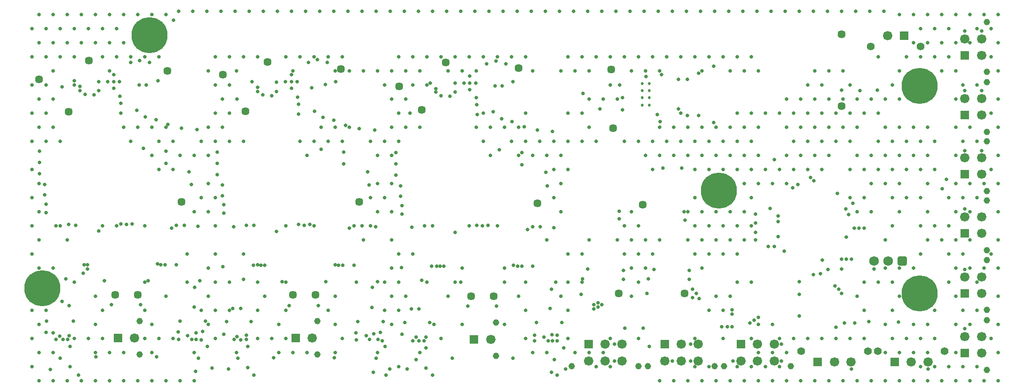
<source format=gbs>
G04*
G04 #@! TF.GenerationSoftware,Altium Limited,Altium Designer,23.11.1 (41)*
G04*
G04 Layer_Color=16711935*
%FSLAX25Y25*%
%MOIN*%
G70*
G04*
G04 #@! TF.SameCoordinates,C18E11E6-2F2A-4DEC-BC48-3546B0B1B692*
G04*
G04*
G04 #@! TF.FilePolarity,Negative*
G04*
G01*
G75*
%ADD74C,0.25591*%
%ADD75C,0.05709*%
%ADD76C,0.02041*%
%ADD77C,0.04607*%
%ADD78C,0.06615*%
%ADD79R,0.06423X0.06423*%
%ADD80C,0.05591*%
%ADD81R,0.06423X0.06423*%
%ADD82C,0.06890*%
G04:AMPARAMS|DCode=83|XSize=68.9mil|YSize=68.9mil|CornerRadius=18.7mil|HoleSize=0mil|Usage=FLASHONLY|Rotation=180.000|XOffset=0mil|YOffset=0mil|HoleType=Round|Shape=RoundedRectangle|*
%AMROUNDEDRECTD83*
21,1,0.06890,0.03150,0,0,180.0*
21,1,0.03150,0.06890,0,0,180.0*
1,1,0.03740,-0.01575,0.01575*
1,1,0.03740,0.01575,0.01575*
1,1,0.03740,0.01575,-0.01575*
1,1,0.03740,-0.01575,-0.01575*
%
%ADD83ROUNDEDRECTD83*%
%ADD84C,0.02591*%
D74*
X612000Y325000D02*
D03*
X754500Y252000D02*
D03*
X132500Y255750D02*
D03*
X208500Y435250D02*
D03*
X754500Y399500D02*
D03*
D75*
X385500Y399000D02*
D03*
X260500Y407500D02*
D03*
X130000Y404000D02*
D03*
X165500Y417500D02*
D03*
X151000Y381000D02*
D03*
X221000Y410000D02*
D03*
X292000Y416500D02*
D03*
X344000Y411500D02*
D03*
X276500Y381500D02*
D03*
X401500Y382500D02*
D03*
X418500Y416000D02*
D03*
X470000Y412000D02*
D03*
X537000Y369500D02*
D03*
X535608Y411006D02*
D03*
X200000Y251000D02*
D03*
X326000D02*
D03*
X452500Y250000D02*
D03*
X184000Y251000D02*
D03*
X310000D02*
D03*
X436500Y250000D02*
D03*
X541000Y252000D02*
D03*
X587650D02*
D03*
X558000Y315000D02*
D03*
X231000Y317000D02*
D03*
X357000D02*
D03*
X483500Y316000D02*
D03*
X699000Y385000D02*
D03*
Y436000D02*
D03*
D76*
X562818Y385823D02*
D03*
X557700D02*
D03*
X562818Y390941D02*
D03*
X557700D02*
D03*
X562818Y396059D02*
D03*
X557700D02*
D03*
X562818Y401177D02*
D03*
X557700D02*
D03*
D77*
X201512Y232311D02*
D03*
Y208689D02*
D03*
X327512Y232311D02*
D03*
Y208689D02*
D03*
X454012Y231311D02*
D03*
Y207689D02*
D03*
X802012Y366783D02*
D03*
Y402217D02*
D03*
Y324783D02*
D03*
Y360217D02*
D03*
Y409283D02*
D03*
Y444717D02*
D03*
Y318217D02*
D03*
Y282783D02*
D03*
Y240283D02*
D03*
Y275717D02*
D03*
Y233217D02*
D03*
Y197783D02*
D03*
X609122Y200488D02*
D03*
X561878D02*
D03*
X555122D02*
D03*
X507878D02*
D03*
X663122D02*
D03*
X615878D02*
D03*
D78*
X197811Y220500D02*
D03*
X323811D02*
D03*
X450311Y219500D02*
D03*
X731594Y435000D02*
D03*
X786500Y390406D02*
D03*
X798311Y378594D02*
D03*
Y390406D02*
D03*
X786500Y348406D02*
D03*
X798311Y336594D02*
D03*
Y348406D02*
D03*
X786500Y432906D02*
D03*
X798311Y421094D02*
D03*
Y432906D02*
D03*
Y306406D02*
D03*
Y294594D02*
D03*
X786500Y306406D02*
D03*
Y263906D02*
D03*
X798311Y252094D02*
D03*
Y263906D02*
D03*
Y221406D02*
D03*
Y209594D02*
D03*
X786500Y221406D02*
D03*
X585500Y216000D02*
D03*
X597311Y204189D02*
D03*
X585500D02*
D03*
X573689D02*
D03*
X597311Y216000D02*
D03*
X531500D02*
D03*
X543311Y204189D02*
D03*
X531500D02*
D03*
X519689D02*
D03*
X543311Y216000D02*
D03*
X639500D02*
D03*
X651311Y204189D02*
D03*
X639500D02*
D03*
X627689D02*
D03*
X651311Y216000D02*
D03*
X748500Y203500D02*
D03*
X760311D02*
D03*
X694000D02*
D03*
X705811D02*
D03*
D79*
X186000Y220500D02*
D03*
X312000D02*
D03*
X438500Y219500D02*
D03*
X786500Y378594D02*
D03*
Y336594D02*
D03*
Y421094D02*
D03*
Y294594D02*
D03*
Y252094D02*
D03*
Y209594D02*
D03*
D80*
X719783Y427283D02*
D03*
X755217D02*
D03*
X724878Y211217D02*
D03*
X772122D02*
D03*
X717622D02*
D03*
X670378D02*
D03*
D81*
X743406Y435000D02*
D03*
X573689Y216000D02*
D03*
X519689D02*
D03*
X627689D02*
D03*
X736689Y203500D02*
D03*
X682189D02*
D03*
D82*
X722000Y275000D02*
D03*
X732000D02*
D03*
D83*
X742000D02*
D03*
D84*
X702000Y312000D02*
D03*
X707000Y316000D02*
D03*
X702500Y292000D02*
D03*
X711500Y298500D02*
D03*
X715000D02*
D03*
X708000D02*
D03*
X704000Y308000D02*
D03*
X786500Y312000D02*
D03*
X770500Y326500D02*
D03*
X696000Y323000D02*
D03*
X664500Y327000D02*
D03*
X668000Y329500D02*
D03*
X654000Y292500D02*
D03*
X679500Y332000D02*
D03*
X677000Y334500D02*
D03*
X773500Y333000D02*
D03*
X495000Y360000D02*
D03*
X265000Y400000D02*
D03*
X415000Y220000D02*
D03*
X375000Y240000D02*
D03*
X780000Y350000D02*
D03*
X709000Y452500D02*
D03*
X135000Y420000D02*
D03*
X630000Y190000D02*
D03*
X489000Y452500D02*
D03*
X125000Y300000D02*
D03*
X210000Y230000D02*
D03*
X660000Y210000D02*
D03*
X365000Y360000D02*
D03*
X520000Y290000D02*
D03*
X635000Y320000D02*
D03*
X795000Y240000D02*
D03*
X600000Y190000D02*
D03*
X800000Y330000D02*
D03*
X405000Y260000D02*
D03*
X810000Y330000D02*
D03*
X255000Y260000D02*
D03*
X640000Y210000D02*
D03*
X600000Y410000D02*
D03*
X740000D02*
D03*
X460000Y370000D02*
D03*
X685000Y360000D02*
D03*
X700000Y370000D02*
D03*
X689000Y452500D02*
D03*
X735000Y320000D02*
D03*
X595000Y300000D02*
D03*
X140000Y450000D02*
D03*
X390000Y370000D02*
D03*
X775000Y200000D02*
D03*
X155000Y400000D02*
D03*
X745000Y320000D02*
D03*
X419000Y452500D02*
D03*
X790000Y230000D02*
D03*
X705000Y360000D02*
D03*
X210000Y370000D02*
D03*
X175000Y240000D02*
D03*
X265000Y420000D02*
D03*
X660000Y370000D02*
D03*
X130000Y230000D02*
D03*
Y430000D02*
D03*
X445000Y360000D02*
D03*
X475000Y420000D02*
D03*
X265000Y380000D02*
D03*
X515000Y360000D02*
D03*
X630000Y290000D02*
D03*
X430000Y410000D02*
D03*
X285000Y240000D02*
D03*
X146398Y398602D02*
D03*
X715000Y320000D02*
D03*
X145000Y420000D02*
D03*
X150000Y450000D02*
D03*
X555000Y420000D02*
D03*
X395000D02*
D03*
X605000Y200000D02*
D03*
X565000Y280000D02*
D03*
X695000Y360000D02*
D03*
X795000Y200000D02*
D03*
X150000Y190000D02*
D03*
X785000Y200000D02*
D03*
X705000Y320000D02*
D03*
X670000Y390000D02*
D03*
X765000Y220000D02*
D03*
X630000Y330000D02*
D03*
X397500Y205000D02*
D03*
X185000Y440000D02*
D03*
X620000Y310000D02*
D03*
X695000Y220000D02*
D03*
X309000Y452500D02*
D03*
X130000Y390000D02*
D03*
X393000Y380000D02*
D03*
X705000Y340000D02*
D03*
X595000Y360000D02*
D03*
X195000D02*
D03*
X675000Y340000D02*
D03*
X425000Y420000D02*
D03*
X680000Y390000D02*
D03*
X545000Y300000D02*
D03*
X675000Y400000D02*
D03*
X770000Y430000D02*
D03*
X380000Y250000D02*
D03*
Y350000D02*
D03*
X735000Y340000D02*
D03*
Y260000D02*
D03*
X560000Y350000D02*
D03*
X785000Y280000D02*
D03*
X705000Y380000D02*
D03*
X500000Y350000D02*
D03*
X460000Y230000D02*
D03*
X740000Y350000D02*
D03*
X140000Y390000D02*
D03*
X600000Y310000D02*
D03*
X735000Y220000D02*
D03*
X530000Y210101D02*
D03*
X305000Y420000D02*
D03*
X610000Y350000D02*
D03*
X725000Y260000D02*
D03*
X765000Y200000D02*
D03*
X725000Y360000D02*
D03*
X750000Y190000D02*
D03*
X379000Y452500D02*
D03*
X140000Y210000D02*
D03*
X785000Y360000D02*
D03*
X500000Y250000D02*
D03*
X229000Y452500D02*
D03*
X329000D02*
D03*
X180000Y210000D02*
D03*
X535000Y200000D02*
D03*
X305000Y300000D02*
D03*
X243000Y206000D02*
D03*
X640000Y350000D02*
D03*
X750000Y430000D02*
D03*
X690000Y370000D02*
D03*
X625000Y380000D02*
D03*
X670000Y350000D02*
D03*
X125000Y220000D02*
D03*
X780000Y310000D02*
D03*
X339000Y452500D02*
D03*
X400000Y410000D02*
D03*
X455000Y300000D02*
D03*
X710000Y250000D02*
D03*
X390000D02*
D03*
X565000Y420000D02*
D03*
X755000Y300000D02*
D03*
X525000Y200000D02*
D03*
X380000Y290000D02*
D03*
X760000Y210000D02*
D03*
X545346Y227464D02*
D03*
X190000Y450000D02*
D03*
X370000Y310000D02*
D03*
X135000Y440000D02*
D03*
X245000Y240000D02*
D03*
X660000Y190000D02*
D03*
X609000Y452500D02*
D03*
X359000D02*
D03*
X810000Y230000D02*
D03*
X335000Y360000D02*
D03*
X300000Y230000D02*
D03*
X335000Y420000D02*
D03*
X610000Y310000D02*
D03*
X505000Y260000D02*
D03*
X600000Y290000D02*
D03*
X230000Y190000D02*
D03*
X345000Y360000D02*
D03*
X240000Y190000D02*
D03*
X370000Y350000D02*
D03*
X620000Y370000D02*
D03*
X580000D02*
D03*
X170000Y250000D02*
D03*
X730000Y290000D02*
D03*
X625000Y300000D02*
D03*
X380000Y230000D02*
D03*
X455000Y420000D02*
D03*
X515000Y260000D02*
D03*
X730000Y330000D02*
D03*
X740000Y310000D02*
D03*
X805000Y420000D02*
D03*
X475000Y220000D02*
D03*
X240000Y310000D02*
D03*
X345000Y220000D02*
D03*
X805000D02*
D03*
X325000Y300000D02*
D03*
X500000Y330000D02*
D03*
X790000Y310000D02*
D03*
X275000Y280000D02*
D03*
X775000Y260000D02*
D03*
X140000Y190000D02*
D03*
X155000Y440000D02*
D03*
X380000Y270000D02*
D03*
X255000Y400000D02*
D03*
X430000Y270000D02*
D03*
X440000Y370000D02*
D03*
X810000D02*
D03*
X470000D02*
D03*
X255000Y380000D02*
D03*
X550000Y250000D02*
D03*
X380000Y390000D02*
D03*
X745000Y360000D02*
D03*
X630000Y370000D02*
D03*
X800000Y190000D02*
D03*
X520000Y210000D02*
D03*
X635000Y200000D02*
D03*
X755000Y320000D02*
D03*
X810000Y190000D02*
D03*
X710000Y350000D02*
D03*
X349000Y452500D02*
D03*
X610000Y290000D02*
D03*
X595000Y340000D02*
D03*
X279000Y452500D02*
D03*
X620000Y250000D02*
D03*
X605000Y420000D02*
D03*
X135000Y380000D02*
D03*
X740000Y250000D02*
D03*
X369000Y206000D02*
D03*
X745000Y340000D02*
D03*
X525000Y360000D02*
D03*
X780000Y190000D02*
D03*
X810000Y270000D02*
D03*
X125000Y240000D02*
D03*
X415000Y420000D02*
D03*
X180000Y190000D02*
D03*
X635000Y340000D02*
D03*
X479000Y452500D02*
D03*
X505000Y240000D02*
D03*
X170000Y210000D02*
D03*
X125000Y320000D02*
D03*
X615000Y340000D02*
D03*
X395000Y400000D02*
D03*
X790000Y370000D02*
D03*
X755000Y220000D02*
D03*
X680000Y350000D02*
D03*
X475000Y240000D02*
D03*
X265000Y360000D02*
D03*
X720000Y390000D02*
D03*
X640000Y190000D02*
D03*
X375000Y260000D02*
D03*
X740000Y330000D02*
D03*
X605000Y360000D02*
D03*
X615000Y220000D02*
D03*
X130000Y450000D02*
D03*
X399000Y452500D02*
D03*
X645000Y340000D02*
D03*
X680000Y190000D02*
D03*
X385000Y280000D02*
D03*
X465000Y360000D02*
D03*
X469000Y452500D02*
D03*
X589000D02*
D03*
X610000Y190000D02*
D03*
X760000Y430000D02*
D03*
X720000Y330000D02*
D03*
X240000Y350000D02*
D03*
X680000Y410000D02*
D03*
X810000Y350000D02*
D03*
X719000Y452500D02*
D03*
X530000Y390000D02*
D03*
X635000Y420000D02*
D03*
X755000Y360000D02*
D03*
X529000Y452500D02*
D03*
X215000Y420000D02*
D03*
X725000Y380000D02*
D03*
X635000Y220000D02*
D03*
X770000Y190000D02*
D03*
X145000Y440000D02*
D03*
X515000Y420000D02*
D03*
X675000Y380000D02*
D03*
X225500Y446000D02*
D03*
X675000Y220000D02*
D03*
X665000Y380000D02*
D03*
X770000Y290000D02*
D03*
X340000Y250000D02*
D03*
X345000Y420000D02*
D03*
X780000Y290000D02*
D03*
X370000Y330000D02*
D03*
X315000Y360000D02*
D03*
X385000Y260000D02*
D03*
X299000Y452500D02*
D03*
X790000Y450000D02*
D03*
X435000Y420000D02*
D03*
X495000Y340000D02*
D03*
X570000Y190000D02*
D03*
X490000Y350000D02*
D03*
X510000Y410000D02*
D03*
X780000Y250000D02*
D03*
X740000Y210000D02*
D03*
X500000Y310000D02*
D03*
X735000Y400000D02*
D03*
X605000Y280000D02*
D03*
X690000Y190000D02*
D03*
X545000Y420000D02*
D03*
X780000Y450000D02*
D03*
X255000Y220000D02*
D03*
X445000Y380000D02*
D03*
X255000Y320000D02*
D03*
X275000Y420000D02*
D03*
X220000Y190000D02*
D03*
X155000Y260000D02*
D03*
X340000Y370000D02*
D03*
X740000Y270000D02*
D03*
X225000Y220000D02*
D03*
X505000Y380000D02*
D03*
X255000Y420000D02*
D03*
X559000Y452500D02*
D03*
X380000Y370000D02*
D03*
X725000Y420000D02*
D03*
X315000D02*
D03*
X560000Y410000D02*
D03*
X180000D02*
D03*
X735000Y240000D02*
D03*
X640000Y330000D02*
D03*
X558346Y227464D02*
D03*
X389000Y452500D02*
D03*
X285000Y260000D02*
D03*
X810000Y210000D02*
D03*
X590000Y190000D02*
D03*
X570000Y410000D02*
D03*
X770000Y450000D02*
D03*
X660000Y390000D02*
D03*
X700000Y410000D02*
D03*
X475000Y360000D02*
D03*
X810000Y390000D02*
D03*
X305000Y260000D02*
D03*
X630000Y350000D02*
D03*
X625000Y280000D02*
D03*
X175000Y220000D02*
D03*
X385000Y240000D02*
D03*
X655000Y200000D02*
D03*
X795000Y260000D02*
D03*
X510000Y210000D02*
D03*
X265000Y240000D02*
D03*
X140000Y370000D02*
D03*
X810000Y430000D02*
D03*
X745000Y220000D02*
D03*
X255000Y360000D02*
D03*
X515000Y380000D02*
D03*
X650000Y210000D02*
D03*
X710000Y390000D02*
D03*
X685000Y340000D02*
D03*
X600000Y350000D02*
D03*
X335000Y240000D02*
D03*
X310000Y210000D02*
D03*
X490000D02*
D03*
X770000Y410000D02*
D03*
X805000Y340000D02*
D03*
X775000Y420000D02*
D03*
X715000Y240000D02*
D03*
X740000Y390000D02*
D03*
X715000Y340000D02*
D03*
X255000Y280000D02*
D03*
X560000Y270000D02*
D03*
X715000Y380000D02*
D03*
X375000Y360000D02*
D03*
X160000Y430000D02*
D03*
X135000Y240000D02*
D03*
X295000Y220000D02*
D03*
X810000Y410000D02*
D03*
X595000Y200000D02*
D03*
X130000Y370000D02*
D03*
X405000Y420000D02*
D03*
X130000Y310000D02*
D03*
X605000Y300000D02*
D03*
X810000Y450000D02*
D03*
X125000Y440000D02*
D03*
X565000Y360000D02*
D03*
X620000Y190000D02*
D03*
X485000Y360000D02*
D03*
X366346Y256464D02*
D03*
X569000Y452500D02*
D03*
X429000D02*
D03*
X375000Y400000D02*
D03*
X780000Y230000D02*
D03*
X175000Y440000D02*
D03*
X475000Y260000D02*
D03*
X205000Y220000D02*
D03*
X562846Y214464D02*
D03*
X710000Y190000D02*
D03*
X660000Y330000D02*
D03*
X430000Y230000D02*
D03*
X805000Y380000D02*
D03*
X760000Y350000D02*
D03*
X539000Y452500D02*
D03*
X460000Y270000D02*
D03*
X305000Y240000D02*
D03*
X649000Y452500D02*
D03*
X249000D02*
D03*
X250000Y330000D02*
D03*
X365000Y300000D02*
D03*
X805000Y440000D02*
D03*
X130000Y290000D02*
D03*
X775000Y300000D02*
D03*
X265000Y260000D02*
D03*
X669000Y452500D02*
D03*
X355000Y260000D02*
D03*
X750000Y370000D02*
D03*
X259000Y452500D02*
D03*
X155000Y420000D02*
D03*
X275000Y360000D02*
D03*
X475000Y380000D02*
D03*
X690000Y350000D02*
D03*
X755000Y280000D02*
D03*
X130000Y210000D02*
D03*
X730000Y370000D02*
D03*
X639000Y452500D02*
D03*
X175000Y420000D02*
D03*
X180000Y450000D02*
D03*
X260000Y390000D02*
D03*
X125000Y340000D02*
D03*
X810000Y310000D02*
D03*
X575000Y360000D02*
D03*
X300000Y210000D02*
D03*
X760000Y330000D02*
D03*
X700000Y390000D02*
D03*
X250000Y270000D02*
D03*
X595000Y320000D02*
D03*
X655000Y340000D02*
D03*
X380000Y410000D02*
D03*
X630000D02*
D03*
X425000Y260000D02*
D03*
X365000Y320000D02*
D03*
X350000Y410000D02*
D03*
X790000Y290000D02*
D03*
X170000Y190000D02*
D03*
X785000Y400000D02*
D03*
X780000Y370000D02*
D03*
X730000Y270000D02*
D03*
X760000Y310000D02*
D03*
X140000Y270000D02*
D03*
X185000Y300000D02*
D03*
X155000Y220000D02*
D03*
X775000Y280000D02*
D03*
X205000Y300000D02*
D03*
X600000Y370000D02*
D03*
X145000Y206000D02*
D03*
X505000Y360000D02*
D03*
X720000Y190000D02*
D03*
X240000Y210000D02*
D03*
X580000Y190000D02*
D03*
X665000Y220000D02*
D03*
X535000Y400000D02*
D03*
X715000Y220000D02*
D03*
X595000Y280000D02*
D03*
X555000Y300000D02*
D03*
Y260000D02*
D03*
X805000Y280000D02*
D03*
X180000Y430000D02*
D03*
X760000Y290000D02*
D03*
X705000Y400000D02*
D03*
X700000Y190000D02*
D03*
X629000Y452500D02*
D03*
X599000D02*
D03*
X170000Y450000D02*
D03*
X465000Y420000D02*
D03*
X765000D02*
D03*
X615000Y300000D02*
D03*
X720000Y310000D02*
D03*
X320000Y350000D02*
D03*
X235000Y280000D02*
D03*
X730000Y210000D02*
D03*
X635000Y300000D02*
D03*
X270000Y410000D02*
D03*
X250000D02*
D03*
Y370000D02*
D03*
X449000Y452500D02*
D03*
X380000Y330000D02*
D03*
X640000Y370000D02*
D03*
Y410000D02*
D03*
X720000Y350000D02*
D03*
X800000Y450000D02*
D03*
X165000Y220000D02*
D03*
X670000Y190000D02*
D03*
X235000Y260000D02*
D03*
X520000Y370000D02*
D03*
X210000Y210000D02*
D03*
X620000Y350000D02*
D03*
X685000Y400000D02*
D03*
X615000Y420000D02*
D03*
X125000D02*
D03*
X130000Y270000D02*
D03*
X755000Y420000D02*
D03*
X225000Y360000D02*
D03*
X320000Y210000D02*
D03*
X570000Y370000D02*
D03*
X615000Y280000D02*
D03*
X755000Y340000D02*
D03*
X319000Y452500D02*
D03*
X800000Y270000D02*
D03*
X375000Y320000D02*
D03*
X755000Y440000D02*
D03*
X130000Y190000D02*
D03*
X740000Y370000D02*
D03*
X255000Y240000D02*
D03*
X125000Y380000D02*
D03*
X330000Y370000D02*
D03*
X690000Y410000D02*
D03*
X480000Y350000D02*
D03*
X619000Y452500D02*
D03*
X765000Y300000D02*
D03*
X590000Y290000D02*
D03*
X659000Y452500D02*
D03*
X605000Y240000D02*
D03*
X699000Y452500D02*
D03*
X790000Y330000D02*
D03*
X150000Y430000D02*
D03*
X760000Y230000D02*
D03*
X395000Y280000D02*
D03*
X509000Y452500D02*
D03*
X380000Y310000D02*
D03*
X140000Y410000D02*
D03*
X145000Y360000D02*
D03*
X190000Y370000D02*
D03*
X655000Y380000D02*
D03*
X665000Y340000D02*
D03*
X565000D02*
D03*
X810000Y250000D02*
D03*
X285000Y220000D02*
D03*
X360000Y290000D02*
D03*
X775000Y320000D02*
D03*
X385000Y420000D02*
D03*
X400000Y370000D02*
D03*
X260000D02*
D03*
X625000Y360000D02*
D03*
X725000Y340000D02*
D03*
X790000Y190000D02*
D03*
X210000Y350000D02*
D03*
X125000Y360000D02*
D03*
Y280000D02*
D03*
X680000Y370000D02*
D03*
X370000Y410000D02*
D03*
X550000D02*
D03*
X620000Y290000D02*
D03*
X710000Y310000D02*
D03*
X790000Y430000D02*
D03*
X735000Y300000D02*
D03*
X440000Y410000D02*
D03*
X535000Y420000D02*
D03*
X225000Y340000D02*
D03*
X215000Y360000D02*
D03*
X200000Y190000D02*
D03*
X255000Y300000D02*
D03*
X505000Y340000D02*
D03*
X735000Y360000D02*
D03*
X285000Y420000D02*
D03*
X200000Y450000D02*
D03*
X390000Y410000D02*
D03*
X200000Y370000D02*
D03*
X555000Y280000D02*
D03*
X765000Y440000D02*
D03*
X459000Y452500D02*
D03*
X655000Y220000D02*
D03*
X239000Y452500D02*
D03*
X765000Y340000D02*
D03*
X750000Y230000D02*
D03*
X350000Y370000D02*
D03*
X450000D02*
D03*
X170000Y230000D02*
D03*
X215000Y220000D02*
D03*
X555000Y360000D02*
D03*
X540000Y390000D02*
D03*
X271000Y206000D02*
D03*
X210000Y450000D02*
D03*
X585000Y380000D02*
D03*
X780000Y210000D02*
D03*
X585000Y360000D02*
D03*
X765000Y240000D02*
D03*
X750000Y210000D02*
D03*
X545000Y280000D02*
D03*
X409000Y452500D02*
D03*
X679000D02*
D03*
X740000Y450000D02*
D03*
X715000Y260000D02*
D03*
X600000Y270000D02*
D03*
X405000Y400000D02*
D03*
X785000Y320000D02*
D03*
X780000Y270000D02*
D03*
X230000Y350000D02*
D03*
X210000Y190000D02*
D03*
X760000Y450000D02*
D03*
X385000Y360000D02*
D03*
X445000Y420000D02*
D03*
X480000Y210000D02*
D03*
X610000Y250000D02*
D03*
X570000Y290000D02*
D03*
X505000Y420000D02*
D03*
X810000Y290000D02*
D03*
X780000Y390000D02*
D03*
X675000Y360000D02*
D03*
X645000Y380000D02*
D03*
X730000Y190000D02*
D03*
X400000Y210000D02*
D03*
X165000Y440000D02*
D03*
X470000Y350000D02*
D03*
X615000Y360000D02*
D03*
X625000Y260000D02*
D03*
X290000Y250000D02*
D03*
X500000Y410000D02*
D03*
X495000Y320000D02*
D03*
X220000Y450000D02*
D03*
X269000Y452500D02*
D03*
X555000Y220000D02*
D03*
X145000Y300000D02*
D03*
X549000Y452500D02*
D03*
X520000Y390000D02*
D03*
X579000Y452500D02*
D03*
X150000Y290000D02*
D03*
X135000Y400000D02*
D03*
X730000Y350000D02*
D03*
X190000Y210000D02*
D03*
X690000Y390000D02*
D03*
X390000D02*
D03*
X245000Y320000D02*
D03*
X505000Y220000D02*
D03*
X340000Y230000D02*
D03*
X450000Y350000D02*
D03*
X190000Y190000D02*
D03*
X270000Y210000D02*
D03*
X685000Y380000D02*
D03*
X785000Y240000D02*
D03*
X635000Y380000D02*
D03*
X545000Y360000D02*
D03*
X750000Y350000D02*
D03*
X535000Y220000D02*
D03*
X750000Y450000D02*
D03*
X550000Y290000D02*
D03*
X695000Y380000D02*
D03*
X775000Y440000D02*
D03*
X250000Y350000D02*
D03*
X190000Y430000D02*
D03*
X205000Y240000D02*
D03*
X420000Y410000D02*
D03*
X590000Y310000D02*
D03*
X580000Y350000D02*
D03*
X780000Y330000D02*
D03*
X220000Y250000D02*
D03*
X305000Y220000D02*
D03*
X665000Y360000D02*
D03*
X640000Y230000D02*
D03*
X160000Y450000D02*
D03*
X410000Y230000D02*
D03*
X470000Y250000D02*
D03*
X790000Y270000D02*
D03*
X670000Y370000D02*
D03*
X420000Y250000D02*
D03*
X525000Y420000D02*
D03*
X575000D02*
D03*
X710000Y370000D02*
D03*
X615000Y240000D02*
D03*
X795000Y440000D02*
D03*
X760000Y370000D02*
D03*
X195000Y420000D02*
D03*
X340000Y210000D02*
D03*
X505000Y280000D02*
D03*
X685000Y220000D02*
D03*
X780000Y430000D02*
D03*
X385000Y200000D02*
D03*
X610000Y370000D02*
D03*
X370000Y210000D02*
D03*
X499000Y452500D02*
D03*
X765000Y360000D02*
D03*
X325000D02*
D03*
X620000Y410000D02*
D03*
X340000D02*
D03*
X550000Y270000D02*
D03*
X160000Y190000D02*
D03*
X245000Y360000D02*
D03*
X515000Y280000D02*
D03*
X705000Y220000D02*
D03*
X595000D02*
D03*
X630000Y310000D02*
D03*
X289000Y452500D02*
D03*
X435000Y300000D02*
D03*
X360000Y410000D02*
D03*
X740000Y190000D02*
D03*
X780000Y410000D02*
D03*
X125000Y200000D02*
D03*
X660000Y350000D02*
D03*
X635000Y360000D02*
D03*
X220000Y370000D02*
D03*
X240346Y256464D02*
D03*
X650000Y230000D02*
D03*
X519000Y452500D02*
D03*
X730000Y230000D02*
D03*
X480000Y410000D02*
D03*
X625000Y340000D02*
D03*
X170000Y430000D02*
D03*
X250000Y250000D02*
D03*
X325000Y420000D02*
D03*
X729000Y452500D02*
D03*
X585000Y420000D02*
D03*
X493346Y254964D02*
D03*
X750000Y270000D02*
D03*
X560000Y290000D02*
D03*
X185000Y420000D02*
D03*
X439000Y452500D02*
D03*
X540000Y290000D02*
D03*
X795000Y400000D02*
D03*
X745000Y420000D02*
D03*
X590000Y370000D02*
D03*
X130000Y330000D02*
D03*
X625000Y420000D02*
D03*
X590000Y350000D02*
D03*
X205000Y420000D02*
D03*
X215000Y340000D02*
D03*
X795000Y320000D02*
D03*
X755000Y200000D02*
D03*
X520000Y410000D02*
D03*
X385000Y380000D02*
D03*
X635000Y260000D02*
D03*
X570000Y350000D02*
D03*
X270500Y390000D02*
D03*
X495500Y205000D02*
D03*
X135000Y360000D02*
D03*
X140000Y430000D02*
D03*
X250000Y310000D02*
D03*
X645000Y200000D02*
D03*
X250000Y230000D02*
D03*
X595000Y420000D02*
D03*
X650000Y190000D02*
D03*
X760000D02*
D03*
X125000Y400000D02*
D03*
X205000Y260000D02*
D03*
X605000Y340000D02*
D03*
X650000Y330000D02*
D03*
X310000Y410000D02*
D03*
X369000Y452500D02*
D03*
X490000Y290000D02*
D03*
X730000Y390000D02*
D03*
X550000Y310000D02*
D03*
X175000Y300000D02*
D03*
X625000Y200000D02*
D03*
X795000Y360000D02*
D03*
X538000Y204000D02*
D03*
X241500Y224000D02*
D03*
X187134Y402500D02*
D03*
X183000Y407421D02*
D03*
Y397579D02*
D03*
X178866Y402500D02*
D03*
X183000D02*
D03*
X309000D02*
D03*
X304866D02*
D03*
X309000Y397579D02*
D03*
Y407421D02*
D03*
X313134Y402500D02*
D03*
X439634Y401500D02*
D03*
X435500Y406421D02*
D03*
Y396579D02*
D03*
X431366Y401500D02*
D03*
X435500D02*
D03*
X699000Y252000D02*
D03*
X669082Y236082D02*
D03*
X481500Y222500D02*
D03*
X493646Y222866D02*
D03*
X497500Y222500D02*
D03*
X503500Y198500D02*
D03*
X493500Y195968D02*
D03*
X367000Y196000D02*
D03*
X149026Y262547D02*
D03*
X151500Y243500D02*
D03*
X146500Y246500D02*
D03*
X523500Y241000D02*
D03*
X526250Y245500D02*
D03*
X523500Y244000D02*
D03*
X529000D02*
D03*
X526250Y242500D02*
D03*
X391000Y198500D02*
D03*
X264500D02*
D03*
X138000Y198000D02*
D03*
X560259Y406000D02*
D03*
X541759Y400000D02*
D03*
X527759Y383000D02*
D03*
X543759Y382500D02*
D03*
X798500Y438500D02*
D03*
Y396000D02*
D03*
X786500D02*
D03*
Y438500D02*
D03*
X724500Y396500D02*
D03*
X699000D02*
D03*
X712000Y396000D02*
D03*
X608259Y373500D02*
D03*
X597759Y408500D02*
D03*
Y378500D02*
D03*
X608259Y413500D02*
D03*
X589759Y404000D02*
D03*
X583259D02*
D03*
X571259Y407500D02*
D03*
X589759Y378500D02*
D03*
X568500Y379000D02*
D03*
X583259Y383000D02*
D03*
X570500Y374000D02*
D03*
X543759Y391000D02*
D03*
X515759Y394000D02*
D03*
X684000Y266000D02*
D03*
X702500Y276500D02*
D03*
X706000D02*
D03*
X689500Y269000D02*
D03*
X722000Y269500D02*
D03*
X699000Y276500D02*
D03*
X685500Y275634D02*
D03*
X699000Y269500D02*
D03*
X679000Y265500D02*
D03*
X622000Y204000D02*
D03*
X640000Y235000D02*
D03*
X637000Y233000D02*
D03*
X634000Y231000D02*
D03*
X621500Y237500D02*
D03*
Y228500D02*
D03*
X618000D02*
D03*
X621500Y240500D02*
D03*
X669000Y260500D02*
D03*
X697000Y255000D02*
D03*
X669000Y251500D02*
D03*
X694500Y257500D02*
D03*
X638000Y295500D02*
D03*
X651500Y285500D02*
D03*
X658500Y282000D02*
D03*
X654000Y303000D02*
D03*
X647000Y285500D02*
D03*
X638000Y308500D02*
D03*
Y302000D02*
D03*
X654000Y307000D02*
D03*
X648500Y312500D02*
D03*
X638000Y290000D02*
D03*
X760500Y198500D02*
D03*
X656500Y216000D02*
D03*
X695000Y228000D02*
D03*
X656500Y204000D02*
D03*
X718500Y232000D02*
D03*
X739285Y231854D02*
D03*
X706000Y198500D02*
D03*
X701000Y231000D02*
D03*
X708500D02*
D03*
X786500Y227000D02*
D03*
Y269000D02*
D03*
X541500Y310500D02*
D03*
X651259Y347000D02*
D03*
X541500Y305000D02*
D03*
X592000Y216000D02*
D03*
Y204000D02*
D03*
X561000Y252000D02*
D03*
X562000Y262500D02*
D03*
X566000Y269000D02*
D03*
X596000Y252000D02*
D03*
X593500Y249000D02*
D03*
Y255000D02*
D03*
X786500Y353500D02*
D03*
X798500D02*
D03*
X614000Y228500D02*
D03*
X572259Y341000D02*
D03*
X585759D02*
D03*
X588000Y304000D02*
D03*
X591000Y268500D02*
D03*
X587500Y310000D02*
D03*
X591000Y262000D02*
D03*
X538000Y216000D02*
D03*
X544500Y268500D02*
D03*
X514500Y251500D02*
D03*
X519000Y269500D02*
D03*
X544500Y262000D02*
D03*
X515500Y262500D02*
D03*
X598000Y248500D02*
D03*
X579000Y204000D02*
D03*
X135500Y232500D02*
D03*
X140000Y224000D02*
D03*
X230083Y232443D02*
D03*
X181500Y244000D02*
D03*
X170500Y207000D02*
D03*
X161500Y266500D02*
D03*
X158000Y194000D02*
D03*
X409000D02*
D03*
X497500D02*
D03*
X282500D02*
D03*
X404500Y221000D02*
D03*
X375956Y194104D02*
D03*
X256500Y344500D02*
D03*
X277000Y219500D02*
D03*
X241000Y196859D02*
D03*
X144604Y221896D02*
D03*
X151500Y222000D02*
D03*
X156000Y300500D02*
D03*
X491000Y218500D02*
D03*
X497500D02*
D03*
X275026Y262047D02*
D03*
X440000Y391000D02*
D03*
X296500Y206500D02*
D03*
X356083Y231943D02*
D03*
X307500Y243500D02*
D03*
X423000Y206000D02*
D03*
X395000Y218500D02*
D03*
X397500Y221000D02*
D03*
X434000Y243000D02*
D03*
X482583Y231443D02*
D03*
X362000Y222000D02*
D03*
X370500Y219500D02*
D03*
X350000Y298500D02*
D03*
X425000Y295500D02*
D03*
X409000Y300000D02*
D03*
X394500Y299000D02*
D03*
X403500Y300000D02*
D03*
X399500Y241000D02*
D03*
X480000Y299500D02*
D03*
X485500D02*
D03*
X495208Y298809D02*
D03*
X492500Y241500D02*
D03*
X429000Y260000D02*
D03*
X404500Y213500D02*
D03*
X387500Y223000D02*
D03*
X389500Y231500D02*
D03*
X407000D02*
D03*
X394000Y241000D02*
D03*
X417000Y271500D02*
D03*
X414500D02*
D03*
X412000D02*
D03*
X472500D02*
D03*
X469500D02*
D03*
X466500Y272000D02*
D03*
X460000Y260000D02*
D03*
X466000Y206000D02*
D03*
X454500Y243000D02*
D03*
X481500Y218500D02*
D03*
X500583Y231443D02*
D03*
X502000Y213500D02*
D03*
X476500Y297500D02*
D03*
X403000Y218500D02*
D03*
X399500D02*
D03*
X488000Y221000D02*
D03*
X480000Y271500D02*
D03*
X387000Y270500D02*
D03*
X494007Y218276D02*
D03*
X401526Y261547D02*
D03*
X408500Y271500D02*
D03*
X496500Y260000D02*
D03*
X458500Y399500D02*
D03*
X453500D02*
D03*
X415104Y392529D02*
D03*
X440500Y386000D02*
D03*
X421500Y392000D02*
D03*
X425000Y395000D02*
D03*
X411500Y397500D02*
D03*
Y395000D02*
D03*
X425000Y401500D02*
D03*
X407500D02*
D03*
X472500Y343500D02*
D03*
X458000Y376000D02*
D03*
X452000Y380968D02*
D03*
X440604Y379029D02*
D03*
X472500Y352000D02*
D03*
X489500Y338000D02*
D03*
X466000Y402500D02*
D03*
X465500Y374000D02*
D03*
X474000Y370500D02*
D03*
X483500Y368000D02*
D03*
X494000Y367000D02*
D03*
X461000Y415000D02*
D03*
X454000Y417000D02*
D03*
X447500Y415000D02*
D03*
X456500Y354000D02*
D03*
X383000Y352000D02*
D03*
Y344000D02*
D03*
Y336000D02*
D03*
X386500Y328500D02*
D03*
Y321000D02*
D03*
X387500Y314500D02*
D03*
Y308500D02*
D03*
X490500Y328500D02*
D03*
X448500Y300500D02*
D03*
X444500Y300000D02*
D03*
X440500Y300500D02*
D03*
X404500Y199000D02*
D03*
X298500Y296000D02*
D03*
X282500Y300500D02*
D03*
X268000Y299500D02*
D03*
X277000Y300500D02*
D03*
X273000Y241500D02*
D03*
X353500Y300000D02*
D03*
X359000D02*
D03*
X368708Y299309D02*
D03*
X366000Y242000D02*
D03*
X302500Y260500D02*
D03*
X277000Y222500D02*
D03*
X278000Y214500D02*
D03*
X270500Y221500D02*
D03*
X261000Y223000D02*
D03*
X263000Y232000D02*
D03*
X280500D02*
D03*
X267500Y241500D02*
D03*
X290000Y272000D02*
D03*
X287500D02*
D03*
X285000Y272500D02*
D03*
X345500Y272000D02*
D03*
X342500D02*
D03*
X340000Y272500D02*
D03*
X333500Y260500D02*
D03*
X339500Y206500D02*
D03*
X328000Y243500D02*
D03*
X355000Y219000D02*
D03*
X374082Y231943D02*
D03*
X375500Y214500D02*
D03*
X373500Y218500D02*
D03*
X268500Y219500D02*
D03*
X367500Y223500D02*
D03*
X273000Y219000D02*
D03*
X353500Y272000D02*
D03*
X260500Y271000D02*
D03*
X364500Y219500D02*
D03*
X372000Y224500D02*
D03*
X378600Y198500D02*
D03*
X282000Y272000D02*
D03*
X370000Y260500D02*
D03*
X333000Y400500D02*
D03*
X323500Y398000D02*
D03*
X288604Y393029D02*
D03*
X314000Y386500D02*
D03*
X295000Y392500D02*
D03*
X298500Y395500D02*
D03*
X285000Y398500D02*
D03*
Y395500D02*
D03*
X298500Y402000D02*
D03*
X313500Y391500D02*
D03*
X281000Y402500D02*
D03*
X346000Y344000D02*
D03*
X331500Y377000D02*
D03*
X325500Y381469D02*
D03*
X314105Y379529D02*
D03*
X346000Y352500D02*
D03*
X363000Y338500D02*
D03*
X340500Y402500D02*
D03*
X339000Y375000D02*
D03*
X347500Y371500D02*
D03*
X357000Y369000D02*
D03*
X368000Y368000D02*
D03*
X334500Y416000D02*
D03*
X327500Y418000D02*
D03*
X321000Y416000D02*
D03*
X330000Y354500D02*
D03*
X256500Y352500D02*
D03*
Y336500D02*
D03*
X260000Y329000D02*
D03*
Y321500D02*
D03*
X261000Y315000D02*
D03*
Y309000D02*
D03*
X364000Y329000D02*
D03*
X322000Y301000D02*
D03*
X318000Y300500D02*
D03*
X314000Y301000D02*
D03*
X354625Y224125D02*
D03*
X278000Y199500D02*
D03*
X152000Y200000D02*
D03*
X228625Y224625D02*
D03*
X188000Y301500D02*
D03*
X192000Y301000D02*
D03*
X196000Y301500D02*
D03*
X238000Y329500D02*
D03*
X135000Y309500D02*
D03*
Y315500D02*
D03*
X134000Y322000D02*
D03*
Y329500D02*
D03*
X130500Y337000D02*
D03*
Y345000D02*
D03*
Y353000D02*
D03*
X204000Y355000D02*
D03*
X195000Y416000D02*
D03*
X201500Y417500D02*
D03*
X208500Y416000D02*
D03*
X242000Y368500D02*
D03*
X231000Y369500D02*
D03*
X221500Y372000D02*
D03*
X213000Y375500D02*
D03*
X214500Y403000D02*
D03*
X236500Y338500D02*
D03*
X220000Y353000D02*
D03*
X188104Y380029D02*
D03*
X199500Y381968D02*
D03*
X205500Y377500D02*
D03*
X220000Y344500D02*
D03*
X155000Y403000D02*
D03*
X187500Y392000D02*
D03*
X172500Y402500D02*
D03*
X159000Y396000D02*
D03*
Y399000D02*
D03*
X172500Y396000D02*
D03*
X169000Y393000D02*
D03*
X188000Y387000D02*
D03*
X162604Y393529D02*
D03*
X201000Y400000D02*
D03*
X206000D02*
D03*
X244000Y261000D02*
D03*
X252600Y199000D02*
D03*
X241507Y219276D02*
D03*
X246000Y225000D02*
D03*
X238500Y219500D02*
D03*
X227500Y272500D02*
D03*
X235500Y222000D02*
D03*
X147000Y219500D02*
D03*
X150500D02*
D03*
X224000Y298500D02*
D03*
X142000Y219500D02*
D03*
X245000Y219000D02*
D03*
X249500Y214500D02*
D03*
X248082Y232443D02*
D03*
X229000Y219500D02*
D03*
X202000Y244000D02*
D03*
X213500Y207000D02*
D03*
X207500Y261000D02*
D03*
X214000Y273000D02*
D03*
X216500Y272500D02*
D03*
X219500D02*
D03*
X164500Y269500D02*
D03*
X162000Y272500D02*
D03*
X164500D02*
D03*
X154500Y232500D02*
D03*
X135000Y224500D02*
D03*
X152000Y214500D02*
D03*
X176500Y261000D02*
D03*
X240000Y242500D02*
D03*
X242708Y299809D02*
D03*
X233000Y300500D02*
D03*
X227500D02*
D03*
X151000Y301000D02*
D03*
X142000Y300000D02*
D03*
X172500Y296500D02*
D03*
M02*

</source>
